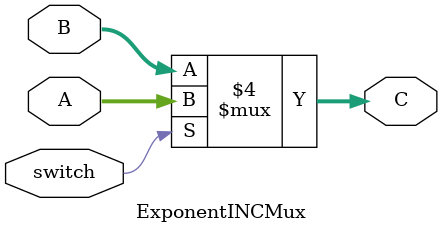
<source format=sv>
module ExponentINCMux
(
	input [4:0] A, B,
	input switch,
	output [4:0] C
);
	always_comb
    begin
        if (switch == 1'b1)
            C = A;    
        else
            C = B;     
    end

endmodule 
</source>
